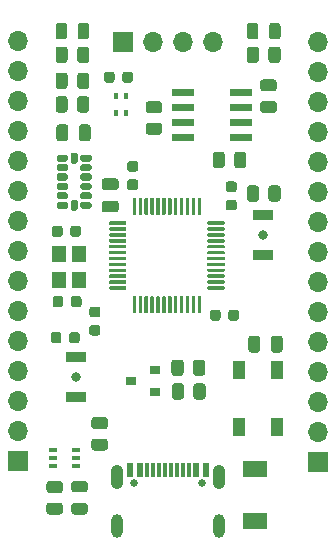
<source format=gbr>
%TF.GenerationSoftware,KiCad,Pcbnew,(5.1.12)-1*%
%TF.CreationDate,2022-08-03T23:35:14+02:00*%
%TF.ProjectId,stm32l-mcu-board,73746d33-326c-42d6-9d63-752d626f6172,rev?*%
%TF.SameCoordinates,Original*%
%TF.FileFunction,Soldermask,Top*%
%TF.FilePolarity,Negative*%
%FSLAX46Y46*%
G04 Gerber Fmt 4.6, Leading zero omitted, Abs format (unit mm)*
G04 Created by KiCad (PCBNEW (5.1.12)-1) date 2022-08-03 23:35:14*
%MOMM*%
%LPD*%
G01*
G04 APERTURE LIST*
%ADD10C,0.800000*%
%ADD11R,1.700000X0.900000*%
%ADD12R,1.000000X1.500000*%
%ADD13R,0.900000X0.800000*%
%ADD14R,0.300000X1.150000*%
%ADD15R,0.600000X1.150000*%
%ADD16C,0.650000*%
%ADD17O,1.050000X2.100000*%
%ADD18O,1.000000X2.000000*%
%ADD19R,0.650000X0.400000*%
%ADD20R,2.100000X1.400000*%
%ADD21R,1.200000X1.400000*%
%ADD22O,1.700000X1.700000*%
%ADD23R,1.700000X1.700000*%
%ADD24R,0.300000X0.500000*%
G04 APERTURE END LIST*
%TO.C,U4*%
G36*
G01*
X92150000Y-67775000D02*
X92150000Y-67125000D01*
G75*
G02*
X92300000Y-66975000I150000J0D01*
G01*
X92600000Y-66975000D01*
G75*
G02*
X92750000Y-67125000I0J-150000D01*
G01*
X92750000Y-67775000D01*
G75*
G02*
X92600000Y-67925000I-150000J0D01*
G01*
X92300000Y-67925000D01*
G75*
G02*
X92150000Y-67775000I0J150000D01*
G01*
G37*
G36*
G01*
X92975000Y-67600000D02*
X92975000Y-67300000D01*
G75*
G02*
X93125000Y-67150000I150000J0D01*
G01*
X93775000Y-67150000D01*
G75*
G02*
X93925000Y-67300000I0J-150000D01*
G01*
X93925000Y-67600000D01*
G75*
G02*
X93775000Y-67750000I-150000J0D01*
G01*
X93125000Y-67750000D01*
G75*
G02*
X92975000Y-67600000I0J150000D01*
G01*
G37*
G36*
G01*
X92975000Y-68400000D02*
X92975000Y-68100000D01*
G75*
G02*
X93125000Y-67950000I150000J0D01*
G01*
X93775000Y-67950000D01*
G75*
G02*
X93925000Y-68100000I0J-150000D01*
G01*
X93925000Y-68400000D01*
G75*
G02*
X93775000Y-68550000I-150000J0D01*
G01*
X93125000Y-68550000D01*
G75*
G02*
X92975000Y-68400000I0J150000D01*
G01*
G37*
G36*
G01*
X92975000Y-69200000D02*
X92975000Y-68900000D01*
G75*
G02*
X93125000Y-68750000I150000J0D01*
G01*
X93775000Y-68750000D01*
G75*
G02*
X93925000Y-68900000I0J-150000D01*
G01*
X93925000Y-69200000D01*
G75*
G02*
X93775000Y-69350000I-150000J0D01*
G01*
X93125000Y-69350000D01*
G75*
G02*
X92975000Y-69200000I0J150000D01*
G01*
G37*
G36*
G01*
X92975000Y-70000000D02*
X92975000Y-69700000D01*
G75*
G02*
X93125000Y-69550000I150000J0D01*
G01*
X93775000Y-69550000D01*
G75*
G02*
X93925000Y-69700000I0J-150000D01*
G01*
X93925000Y-70000000D01*
G75*
G02*
X93775000Y-70150000I-150000J0D01*
G01*
X93125000Y-70150000D01*
G75*
G02*
X92975000Y-70000000I0J150000D01*
G01*
G37*
G36*
G01*
X92975000Y-70800000D02*
X92975000Y-70500000D01*
G75*
G02*
X93125000Y-70350000I150000J0D01*
G01*
X93775000Y-70350000D01*
G75*
G02*
X93925000Y-70500000I0J-150000D01*
G01*
X93925000Y-70800000D01*
G75*
G02*
X93775000Y-70950000I-150000J0D01*
G01*
X93125000Y-70950000D01*
G75*
G02*
X92975000Y-70800000I0J150000D01*
G01*
G37*
G36*
G01*
X92975000Y-71600000D02*
X92975000Y-71300000D01*
G75*
G02*
X93125000Y-71150000I150000J0D01*
G01*
X93775000Y-71150000D01*
G75*
G02*
X93925000Y-71300000I0J-150000D01*
G01*
X93925000Y-71600000D01*
G75*
G02*
X93775000Y-71750000I-150000J0D01*
G01*
X93125000Y-71750000D01*
G75*
G02*
X92975000Y-71600000I0J150000D01*
G01*
G37*
G36*
G01*
X92150000Y-71775000D02*
X92150000Y-71125000D01*
G75*
G02*
X92300000Y-70975000I150000J0D01*
G01*
X92600000Y-70975000D01*
G75*
G02*
X92750000Y-71125000I0J-150000D01*
G01*
X92750000Y-71775000D01*
G75*
G02*
X92600000Y-71925000I-150000J0D01*
G01*
X92300000Y-71925000D01*
G75*
G02*
X92150000Y-71775000I0J150000D01*
G01*
G37*
G36*
G01*
X90975000Y-71600000D02*
X90975000Y-71300000D01*
G75*
G02*
X91125000Y-71150000I150000J0D01*
G01*
X91775000Y-71150000D01*
G75*
G02*
X91925000Y-71300000I0J-150000D01*
G01*
X91925000Y-71600000D01*
G75*
G02*
X91775000Y-71750000I-150000J0D01*
G01*
X91125000Y-71750000D01*
G75*
G02*
X90975000Y-71600000I0J150000D01*
G01*
G37*
G36*
G01*
X90975000Y-70800000D02*
X90975000Y-70500000D01*
G75*
G02*
X91125000Y-70350000I150000J0D01*
G01*
X91775000Y-70350000D01*
G75*
G02*
X91925000Y-70500000I0J-150000D01*
G01*
X91925000Y-70800000D01*
G75*
G02*
X91775000Y-70950000I-150000J0D01*
G01*
X91125000Y-70950000D01*
G75*
G02*
X90975000Y-70800000I0J150000D01*
G01*
G37*
G36*
G01*
X90975000Y-70000000D02*
X90975000Y-69700000D01*
G75*
G02*
X91125000Y-69550000I150000J0D01*
G01*
X91775000Y-69550000D01*
G75*
G02*
X91925000Y-69700000I0J-150000D01*
G01*
X91925000Y-70000000D01*
G75*
G02*
X91775000Y-70150000I-150000J0D01*
G01*
X91125000Y-70150000D01*
G75*
G02*
X90975000Y-70000000I0J150000D01*
G01*
G37*
G36*
G01*
X90975000Y-69200000D02*
X90975000Y-68900000D01*
G75*
G02*
X91125000Y-68750000I150000J0D01*
G01*
X91775000Y-68750000D01*
G75*
G02*
X91925000Y-68900000I0J-150000D01*
G01*
X91925000Y-69200000D01*
G75*
G02*
X91775000Y-69350000I-150000J0D01*
G01*
X91125000Y-69350000D01*
G75*
G02*
X90975000Y-69200000I0J150000D01*
G01*
G37*
G36*
G01*
X90975000Y-68400000D02*
X90975000Y-68100000D01*
G75*
G02*
X91125000Y-67950000I150000J0D01*
G01*
X91775000Y-67950000D01*
G75*
G02*
X91925000Y-68100000I0J-150000D01*
G01*
X91925000Y-68400000D01*
G75*
G02*
X91775000Y-68550000I-150000J0D01*
G01*
X91125000Y-68550000D01*
G75*
G02*
X90975000Y-68400000I0J150000D01*
G01*
G37*
G36*
G01*
X90975000Y-67600000D02*
X90975000Y-67300000D01*
G75*
G02*
X91125000Y-67150000I150000J0D01*
G01*
X91775000Y-67150000D01*
G75*
G02*
X91925000Y-67300000I0J-150000D01*
G01*
X91925000Y-67600000D01*
G75*
G02*
X91775000Y-67750000I-150000J0D01*
G01*
X91125000Y-67750000D01*
G75*
G02*
X90975000Y-67600000I0J150000D01*
G01*
G37*
%TD*%
D10*
%TO.C,SW2*%
X108450000Y-73950000D03*
D11*
X108450000Y-75650000D03*
X108450000Y-72250000D03*
%TD*%
%TO.C,R13*%
G36*
G01*
X108100000Y-69999998D02*
X108100000Y-70900002D01*
G75*
G02*
X107850002Y-71150000I-249998J0D01*
G01*
X107324998Y-71150000D01*
G75*
G02*
X107075000Y-70900002I0J249998D01*
G01*
X107075000Y-69999998D01*
G75*
G02*
X107324998Y-69750000I249998J0D01*
G01*
X107850002Y-69750000D01*
G75*
G02*
X108100000Y-69999998I0J-249998D01*
G01*
G37*
G36*
G01*
X109925000Y-69999998D02*
X109925000Y-70900002D01*
G75*
G02*
X109675002Y-71150000I-249998J0D01*
G01*
X109149998Y-71150000D01*
G75*
G02*
X108900000Y-70900002I0J249998D01*
G01*
X108900000Y-69999998D01*
G75*
G02*
X109149998Y-69750000I249998J0D01*
G01*
X109675002Y-69750000D01*
G75*
G02*
X109925000Y-69999998I0J-249998D01*
G01*
G37*
%TD*%
%TO.C,C18*%
G36*
G01*
X108200000Y-82725000D02*
X108200000Y-83675000D01*
G75*
G02*
X107950000Y-83925000I-250000J0D01*
G01*
X107450000Y-83925000D01*
G75*
G02*
X107200000Y-83675000I0J250000D01*
G01*
X107200000Y-82725000D01*
G75*
G02*
X107450000Y-82475000I250000J0D01*
G01*
X107950000Y-82475000D01*
G75*
G02*
X108200000Y-82725000I0J-250000D01*
G01*
G37*
G36*
G01*
X110100000Y-82725000D02*
X110100000Y-83675000D01*
G75*
G02*
X109850000Y-83925000I-250000J0D01*
G01*
X109350000Y-83925000D01*
G75*
G02*
X109100000Y-83675000I0J250000D01*
G01*
X109100000Y-82725000D01*
G75*
G02*
X109350000Y-82475000I250000J0D01*
G01*
X109850000Y-82475000D01*
G75*
G02*
X110100000Y-82725000I0J-250000D01*
G01*
G37*
%TD*%
D12*
%TO.C,D5*%
X106400000Y-90250000D03*
X109600000Y-90250000D03*
X109600000Y-85350000D03*
X106400000Y-85350000D03*
%TD*%
%TO.C,R12*%
G36*
G01*
X92700000Y-61350002D02*
X92700000Y-60449998D01*
G75*
G02*
X92949998Y-60200000I249998J0D01*
G01*
X93475002Y-60200000D01*
G75*
G02*
X93725000Y-60449998I0J-249998D01*
G01*
X93725000Y-61350002D01*
G75*
G02*
X93475002Y-61600000I-249998J0D01*
G01*
X92949998Y-61600000D01*
G75*
G02*
X92700000Y-61350002I0J249998D01*
G01*
G37*
G36*
G01*
X90875000Y-61350002D02*
X90875000Y-60449998D01*
G75*
G02*
X91124998Y-60200000I249998J0D01*
G01*
X91650002Y-60200000D01*
G75*
G02*
X91900000Y-60449998I0J-249998D01*
G01*
X91900000Y-61350002D01*
G75*
G02*
X91650002Y-61600000I-249998J0D01*
G01*
X91124998Y-61600000D01*
G75*
G02*
X90875000Y-61350002I0J249998D01*
G01*
G37*
%TD*%
%TO.C,R11*%
G36*
G01*
X92700000Y-63350002D02*
X92700000Y-62449998D01*
G75*
G02*
X92949998Y-62200000I249998J0D01*
G01*
X93475002Y-62200000D01*
G75*
G02*
X93725000Y-62449998I0J-249998D01*
G01*
X93725000Y-63350002D01*
G75*
G02*
X93475002Y-63600000I-249998J0D01*
G01*
X92949998Y-63600000D01*
G75*
G02*
X92700000Y-63350002I0J249998D01*
G01*
G37*
G36*
G01*
X90875000Y-63350002D02*
X90875000Y-62449998D01*
G75*
G02*
X91124998Y-62200000I249998J0D01*
G01*
X91650002Y-62200000D01*
G75*
G02*
X91900000Y-62449998I0J-249998D01*
G01*
X91900000Y-63350002D01*
G75*
G02*
X91650002Y-63600000I-249998J0D01*
G01*
X91124998Y-63600000D01*
G75*
G02*
X90875000Y-63350002I0J249998D01*
G01*
G37*
%TD*%
%TO.C,R6*%
G36*
G01*
X108100000Y-58249998D02*
X108100000Y-59150002D01*
G75*
G02*
X107850002Y-59400000I-249998J0D01*
G01*
X107324998Y-59400000D01*
G75*
G02*
X107075000Y-59150002I0J249998D01*
G01*
X107075000Y-58249998D01*
G75*
G02*
X107324998Y-58000000I249998J0D01*
G01*
X107850002Y-58000000D01*
G75*
G02*
X108100000Y-58249998I0J-249998D01*
G01*
G37*
G36*
G01*
X109925000Y-58249998D02*
X109925000Y-59150002D01*
G75*
G02*
X109675002Y-59400000I-249998J0D01*
G01*
X109149998Y-59400000D01*
G75*
G02*
X108900000Y-59150002I0J249998D01*
G01*
X108900000Y-58249998D01*
G75*
G02*
X109149998Y-58000000I249998J0D01*
G01*
X109675002Y-58000000D01*
G75*
G02*
X109925000Y-58249998I0J-249998D01*
G01*
G37*
%TD*%
%TO.C,D1*%
G36*
G01*
X108050000Y-56243750D02*
X108050000Y-57156250D01*
G75*
G02*
X107806250Y-57400000I-243750J0D01*
G01*
X107318750Y-57400000D01*
G75*
G02*
X107075000Y-57156250I0J243750D01*
G01*
X107075000Y-56243750D01*
G75*
G02*
X107318750Y-56000000I243750J0D01*
G01*
X107806250Y-56000000D01*
G75*
G02*
X108050000Y-56243750I0J-243750D01*
G01*
G37*
G36*
G01*
X109925000Y-56243750D02*
X109925000Y-57156250D01*
G75*
G02*
X109681250Y-57400000I-243750J0D01*
G01*
X109193750Y-57400000D01*
G75*
G02*
X108950000Y-57156250I0J243750D01*
G01*
X108950000Y-56243750D01*
G75*
G02*
X109193750Y-56000000I243750J0D01*
G01*
X109681250Y-56000000D01*
G75*
G02*
X109925000Y-56243750I0J-243750D01*
G01*
G37*
%TD*%
D13*
%TO.C,U5*%
X97300000Y-86300000D03*
X99300000Y-85350000D03*
X99300000Y-87250000D03*
%TD*%
%TO.C,TH1*%
G36*
G01*
X102550000Y-87650002D02*
X102550000Y-86749998D01*
G75*
G02*
X102799998Y-86500000I249998J0D01*
G01*
X103325002Y-86500000D01*
G75*
G02*
X103575000Y-86749998I0J-249998D01*
G01*
X103575000Y-87650002D01*
G75*
G02*
X103325002Y-87900000I-249998J0D01*
G01*
X102799998Y-87900000D01*
G75*
G02*
X102550000Y-87650002I0J249998D01*
G01*
G37*
G36*
G01*
X100725000Y-87650002D02*
X100725000Y-86749998D01*
G75*
G02*
X100974998Y-86500000I249998J0D01*
G01*
X101500002Y-86500000D01*
G75*
G02*
X101750000Y-86749998I0J-249998D01*
G01*
X101750000Y-87650002D01*
G75*
G02*
X101500002Y-87900000I-249998J0D01*
G01*
X100974998Y-87900000D01*
G75*
G02*
X100725000Y-87650002I0J249998D01*
G01*
G37*
%TD*%
%TO.C,R8*%
G36*
G01*
X101712500Y-84749998D02*
X101712500Y-85650002D01*
G75*
G02*
X101462502Y-85900000I-249998J0D01*
G01*
X100937498Y-85900000D01*
G75*
G02*
X100687500Y-85650002I0J249998D01*
G01*
X100687500Y-84749998D01*
G75*
G02*
X100937498Y-84500000I249998J0D01*
G01*
X101462502Y-84500000D01*
G75*
G02*
X101712500Y-84749998I0J-249998D01*
G01*
G37*
G36*
G01*
X103537500Y-84749998D02*
X103537500Y-85650002D01*
G75*
G02*
X103287502Y-85900000I-249998J0D01*
G01*
X102762498Y-85900000D01*
G75*
G02*
X102512500Y-85650002I0J249998D01*
G01*
X102512500Y-84749998D01*
G75*
G02*
X102762498Y-84500000I249998J0D01*
G01*
X103287502Y-84500000D01*
G75*
G02*
X103537500Y-84749998I0J-249998D01*
G01*
G37*
%TD*%
%TO.C,C8*%
G36*
G01*
X92850000Y-65775000D02*
X92850000Y-64825000D01*
G75*
G02*
X93100000Y-64575000I250000J0D01*
G01*
X93600000Y-64575000D01*
G75*
G02*
X93850000Y-64825000I0J-250000D01*
G01*
X93850000Y-65775000D01*
G75*
G02*
X93600000Y-66025000I-250000J0D01*
G01*
X93100000Y-66025000D01*
G75*
G02*
X92850000Y-65775000I0J250000D01*
G01*
G37*
G36*
G01*
X90950000Y-65775000D02*
X90950000Y-64825000D01*
G75*
G02*
X91200000Y-64575000I250000J0D01*
G01*
X91700000Y-64575000D01*
G75*
G02*
X91950000Y-64825000I0J-250000D01*
G01*
X91950000Y-65775000D01*
G75*
G02*
X91700000Y-66025000I-250000J0D01*
G01*
X91200000Y-66025000D01*
G75*
G02*
X90950000Y-65775000I0J250000D01*
G01*
G37*
%TD*%
D14*
%TO.C,J1*%
X98650000Y-93845000D03*
X99150000Y-93845000D03*
X99650000Y-93845000D03*
X102150000Y-93845000D03*
X101650000Y-93845000D03*
X101150000Y-93845000D03*
X100150000Y-93845000D03*
X100650000Y-93845000D03*
D15*
X102800000Y-93845000D03*
X98000000Y-93845000D03*
X103600000Y-93845000D03*
X97200000Y-93845000D03*
D16*
X97510000Y-94920000D03*
X103290000Y-94920000D03*
D17*
X104720000Y-94420000D03*
X96080000Y-94420000D03*
D18*
X104720000Y-98600000D03*
X96080000Y-98600000D03*
%TD*%
%TO.C,R9*%
G36*
G01*
X95050002Y-90400000D02*
X94149998Y-90400000D01*
G75*
G02*
X93900000Y-90150002I0J249998D01*
G01*
X93900000Y-89624998D01*
G75*
G02*
X94149998Y-89375000I249998J0D01*
G01*
X95050002Y-89375000D01*
G75*
G02*
X95300000Y-89624998I0J-249998D01*
G01*
X95300000Y-90150002D01*
G75*
G02*
X95050002Y-90400000I-249998J0D01*
G01*
G37*
G36*
G01*
X95050002Y-92225000D02*
X94149998Y-92225000D01*
G75*
G02*
X93900000Y-91975002I0J249998D01*
G01*
X93900000Y-91449998D01*
G75*
G02*
X94149998Y-91200000I249998J0D01*
G01*
X95050002Y-91200000D01*
G75*
G02*
X95300000Y-91449998I0J-249998D01*
G01*
X95300000Y-91975002D01*
G75*
G02*
X95050002Y-92225000I-249998J0D01*
G01*
G37*
%TD*%
D19*
%TO.C,Q1*%
X90700000Y-93500000D03*
X90700000Y-92200000D03*
X92600000Y-92850000D03*
X90700000Y-92850000D03*
X92600000Y-92200000D03*
X92600000Y-93500000D03*
%TD*%
D20*
%TO.C,D3*%
X107800000Y-98200000D03*
X107800000Y-93800000D03*
%TD*%
D21*
%TO.C,Y1*%
X92900000Y-75550000D03*
X92900000Y-77750000D03*
X91200000Y-77750000D03*
X91200000Y-75550000D03*
%TD*%
D10*
%TO.C,SW1*%
X92600000Y-86000000D03*
D11*
X92600000Y-84300000D03*
X92600000Y-87700000D03*
%TD*%
%TO.C,C7*%
G36*
G01*
X93950000Y-81575000D02*
X94450000Y-81575000D01*
G75*
G02*
X94675000Y-81800000I0J-225000D01*
G01*
X94675000Y-82250000D01*
G75*
G02*
X94450000Y-82475000I-225000J0D01*
G01*
X93950000Y-82475000D01*
G75*
G02*
X93725000Y-82250000I0J225000D01*
G01*
X93725000Y-81800000D01*
G75*
G02*
X93950000Y-81575000I225000J0D01*
G01*
G37*
G36*
G01*
X93950000Y-80025000D02*
X94450000Y-80025000D01*
G75*
G02*
X94675000Y-80250000I0J-225000D01*
G01*
X94675000Y-80700000D01*
G75*
G02*
X94450000Y-80925000I-225000J0D01*
G01*
X93950000Y-80925000D01*
G75*
G02*
X93725000Y-80700000I0J225000D01*
G01*
X93725000Y-80250000D01*
G75*
G02*
X93950000Y-80025000I225000J0D01*
G01*
G37*
%TD*%
%TO.C,C6*%
G36*
G01*
X106000000Y-70325000D02*
X105500000Y-70325000D01*
G75*
G02*
X105275000Y-70100000I0J225000D01*
G01*
X105275000Y-69650000D01*
G75*
G02*
X105500000Y-69425000I225000J0D01*
G01*
X106000000Y-69425000D01*
G75*
G02*
X106225000Y-69650000I0J-225000D01*
G01*
X106225000Y-70100000D01*
G75*
G02*
X106000000Y-70325000I-225000J0D01*
G01*
G37*
G36*
G01*
X106000000Y-71875000D02*
X105500000Y-71875000D01*
G75*
G02*
X105275000Y-71650000I0J225000D01*
G01*
X105275000Y-71200000D01*
G75*
G02*
X105500000Y-70975000I225000J0D01*
G01*
X106000000Y-70975000D01*
G75*
G02*
X106225000Y-71200000I0J-225000D01*
G01*
X106225000Y-71650000D01*
G75*
G02*
X106000000Y-71875000I-225000J0D01*
G01*
G37*
%TD*%
%TO.C,C5*%
G36*
G01*
X105500000Y-81000000D02*
X105500000Y-80500000D01*
G75*
G02*
X105725000Y-80275000I225000J0D01*
G01*
X106175000Y-80275000D01*
G75*
G02*
X106400000Y-80500000I0J-225000D01*
G01*
X106400000Y-81000000D01*
G75*
G02*
X106175000Y-81225000I-225000J0D01*
G01*
X105725000Y-81225000D01*
G75*
G02*
X105500000Y-81000000I0J225000D01*
G01*
G37*
G36*
G01*
X103950000Y-81000000D02*
X103950000Y-80500000D01*
G75*
G02*
X104175000Y-80275000I225000J0D01*
G01*
X104625000Y-80275000D01*
G75*
G02*
X104850000Y-80500000I0J-225000D01*
G01*
X104850000Y-81000000D01*
G75*
G02*
X104625000Y-81225000I-225000J0D01*
G01*
X104175000Y-81225000D01*
G75*
G02*
X103950000Y-81000000I0J225000D01*
G01*
G37*
%TD*%
%TO.C,C3*%
G36*
G01*
X91375000Y-82400000D02*
X91375000Y-82900000D01*
G75*
G02*
X91150000Y-83125000I-225000J0D01*
G01*
X90700000Y-83125000D01*
G75*
G02*
X90475000Y-82900000I0J225000D01*
G01*
X90475000Y-82400000D01*
G75*
G02*
X90700000Y-82175000I225000J0D01*
G01*
X91150000Y-82175000D01*
G75*
G02*
X91375000Y-82400000I0J-225000D01*
G01*
G37*
G36*
G01*
X92925000Y-82400000D02*
X92925000Y-82900000D01*
G75*
G02*
X92700000Y-83125000I-225000J0D01*
G01*
X92250000Y-83125000D01*
G75*
G02*
X92025000Y-82900000I0J225000D01*
G01*
X92025000Y-82400000D01*
G75*
G02*
X92250000Y-82175000I225000J0D01*
G01*
X92700000Y-82175000D01*
G75*
G02*
X92925000Y-82400000I0J-225000D01*
G01*
G37*
%TD*%
%TO.C,C4*%
G36*
G01*
X91525000Y-79350000D02*
X91525000Y-79850000D01*
G75*
G02*
X91300000Y-80075000I-225000J0D01*
G01*
X90850000Y-80075000D01*
G75*
G02*
X90625000Y-79850000I0J225000D01*
G01*
X90625000Y-79350000D01*
G75*
G02*
X90850000Y-79125000I225000J0D01*
G01*
X91300000Y-79125000D01*
G75*
G02*
X91525000Y-79350000I0J-225000D01*
G01*
G37*
G36*
G01*
X93075000Y-79350000D02*
X93075000Y-79850000D01*
G75*
G02*
X92850000Y-80075000I-225000J0D01*
G01*
X92400000Y-80075000D01*
G75*
G02*
X92175000Y-79850000I0J225000D01*
G01*
X92175000Y-79350000D01*
G75*
G02*
X92400000Y-79125000I225000J0D01*
G01*
X92850000Y-79125000D01*
G75*
G02*
X93075000Y-79350000I0J-225000D01*
G01*
G37*
%TD*%
%TO.C,C1*%
G36*
G01*
X91475000Y-73400000D02*
X91475000Y-73900000D01*
G75*
G02*
X91250000Y-74125000I-225000J0D01*
G01*
X90800000Y-74125000D01*
G75*
G02*
X90575000Y-73900000I0J225000D01*
G01*
X90575000Y-73400000D01*
G75*
G02*
X90800000Y-73175000I225000J0D01*
G01*
X91250000Y-73175000D01*
G75*
G02*
X91475000Y-73400000I0J-225000D01*
G01*
G37*
G36*
G01*
X93025000Y-73400000D02*
X93025000Y-73900000D01*
G75*
G02*
X92800000Y-74125000I-225000J0D01*
G01*
X92350000Y-74125000D01*
G75*
G02*
X92125000Y-73900000I0J225000D01*
G01*
X92125000Y-73400000D01*
G75*
G02*
X92350000Y-73175000I225000J0D01*
G01*
X92800000Y-73175000D01*
G75*
G02*
X93025000Y-73400000I0J-225000D01*
G01*
G37*
%TD*%
D22*
%TO.C,J4*%
X113100000Y-57600000D03*
X113100000Y-60140000D03*
X113100000Y-62680000D03*
X113100000Y-65220000D03*
X113100000Y-67760000D03*
X113100000Y-70300000D03*
X113100000Y-72840000D03*
X113100000Y-75380000D03*
X113100000Y-77920000D03*
X113100000Y-80460000D03*
X113100000Y-83000000D03*
X113100000Y-85540000D03*
X113100000Y-88080000D03*
X113100000Y-90620000D03*
D23*
X113100000Y-93160000D03*
%TD*%
D22*
%TO.C,J3*%
X87700000Y-57500000D03*
X87700000Y-60040000D03*
X87700000Y-62580000D03*
X87700000Y-65120000D03*
X87700000Y-67660000D03*
X87700000Y-70200000D03*
X87700000Y-72740000D03*
X87700000Y-75280000D03*
X87700000Y-77820000D03*
X87700000Y-80360000D03*
X87700000Y-82900000D03*
X87700000Y-85440000D03*
X87700000Y-87980000D03*
X87700000Y-90520000D03*
D23*
X87700000Y-93060000D03*
%TD*%
%TO.C,U3*%
G36*
G01*
X97400000Y-72200000D02*
X97400000Y-70875000D01*
G75*
G02*
X97475000Y-70800000I75000J0D01*
G01*
X97625000Y-70800000D01*
G75*
G02*
X97700000Y-70875000I0J-75000D01*
G01*
X97700000Y-72200000D01*
G75*
G02*
X97625000Y-72275000I-75000J0D01*
G01*
X97475000Y-72275000D01*
G75*
G02*
X97400000Y-72200000I0J75000D01*
G01*
G37*
G36*
G01*
X97900000Y-72200000D02*
X97900000Y-70875000D01*
G75*
G02*
X97975000Y-70800000I75000J0D01*
G01*
X98125000Y-70800000D01*
G75*
G02*
X98200000Y-70875000I0J-75000D01*
G01*
X98200000Y-72200000D01*
G75*
G02*
X98125000Y-72275000I-75000J0D01*
G01*
X97975000Y-72275000D01*
G75*
G02*
X97900000Y-72200000I0J75000D01*
G01*
G37*
G36*
G01*
X98400000Y-72200000D02*
X98400000Y-70875000D01*
G75*
G02*
X98475000Y-70800000I75000J0D01*
G01*
X98625000Y-70800000D01*
G75*
G02*
X98700000Y-70875000I0J-75000D01*
G01*
X98700000Y-72200000D01*
G75*
G02*
X98625000Y-72275000I-75000J0D01*
G01*
X98475000Y-72275000D01*
G75*
G02*
X98400000Y-72200000I0J75000D01*
G01*
G37*
G36*
G01*
X98900000Y-72200000D02*
X98900000Y-70875000D01*
G75*
G02*
X98975000Y-70800000I75000J0D01*
G01*
X99125000Y-70800000D01*
G75*
G02*
X99200000Y-70875000I0J-75000D01*
G01*
X99200000Y-72200000D01*
G75*
G02*
X99125000Y-72275000I-75000J0D01*
G01*
X98975000Y-72275000D01*
G75*
G02*
X98900000Y-72200000I0J75000D01*
G01*
G37*
G36*
G01*
X99400000Y-72200000D02*
X99400000Y-70875000D01*
G75*
G02*
X99475000Y-70800000I75000J0D01*
G01*
X99625000Y-70800000D01*
G75*
G02*
X99700000Y-70875000I0J-75000D01*
G01*
X99700000Y-72200000D01*
G75*
G02*
X99625000Y-72275000I-75000J0D01*
G01*
X99475000Y-72275000D01*
G75*
G02*
X99400000Y-72200000I0J75000D01*
G01*
G37*
G36*
G01*
X99900000Y-72200000D02*
X99900000Y-70875000D01*
G75*
G02*
X99975000Y-70800000I75000J0D01*
G01*
X100125000Y-70800000D01*
G75*
G02*
X100200000Y-70875000I0J-75000D01*
G01*
X100200000Y-72200000D01*
G75*
G02*
X100125000Y-72275000I-75000J0D01*
G01*
X99975000Y-72275000D01*
G75*
G02*
X99900000Y-72200000I0J75000D01*
G01*
G37*
G36*
G01*
X100400000Y-72200000D02*
X100400000Y-70875000D01*
G75*
G02*
X100475000Y-70800000I75000J0D01*
G01*
X100625000Y-70800000D01*
G75*
G02*
X100700000Y-70875000I0J-75000D01*
G01*
X100700000Y-72200000D01*
G75*
G02*
X100625000Y-72275000I-75000J0D01*
G01*
X100475000Y-72275000D01*
G75*
G02*
X100400000Y-72200000I0J75000D01*
G01*
G37*
G36*
G01*
X100900000Y-72200000D02*
X100900000Y-70875000D01*
G75*
G02*
X100975000Y-70800000I75000J0D01*
G01*
X101125000Y-70800000D01*
G75*
G02*
X101200000Y-70875000I0J-75000D01*
G01*
X101200000Y-72200000D01*
G75*
G02*
X101125000Y-72275000I-75000J0D01*
G01*
X100975000Y-72275000D01*
G75*
G02*
X100900000Y-72200000I0J75000D01*
G01*
G37*
G36*
G01*
X101400000Y-72200000D02*
X101400000Y-70875000D01*
G75*
G02*
X101475000Y-70800000I75000J0D01*
G01*
X101625000Y-70800000D01*
G75*
G02*
X101700000Y-70875000I0J-75000D01*
G01*
X101700000Y-72200000D01*
G75*
G02*
X101625000Y-72275000I-75000J0D01*
G01*
X101475000Y-72275000D01*
G75*
G02*
X101400000Y-72200000I0J75000D01*
G01*
G37*
G36*
G01*
X101900000Y-72200000D02*
X101900000Y-70875000D01*
G75*
G02*
X101975000Y-70800000I75000J0D01*
G01*
X102125000Y-70800000D01*
G75*
G02*
X102200000Y-70875000I0J-75000D01*
G01*
X102200000Y-72200000D01*
G75*
G02*
X102125000Y-72275000I-75000J0D01*
G01*
X101975000Y-72275000D01*
G75*
G02*
X101900000Y-72200000I0J75000D01*
G01*
G37*
G36*
G01*
X102400000Y-72200000D02*
X102400000Y-70875000D01*
G75*
G02*
X102475000Y-70800000I75000J0D01*
G01*
X102625000Y-70800000D01*
G75*
G02*
X102700000Y-70875000I0J-75000D01*
G01*
X102700000Y-72200000D01*
G75*
G02*
X102625000Y-72275000I-75000J0D01*
G01*
X102475000Y-72275000D01*
G75*
G02*
X102400000Y-72200000I0J75000D01*
G01*
G37*
G36*
G01*
X102900000Y-72200000D02*
X102900000Y-70875000D01*
G75*
G02*
X102975000Y-70800000I75000J0D01*
G01*
X103125000Y-70800000D01*
G75*
G02*
X103200000Y-70875000I0J-75000D01*
G01*
X103200000Y-72200000D01*
G75*
G02*
X103125000Y-72275000I-75000J0D01*
G01*
X102975000Y-72275000D01*
G75*
G02*
X102900000Y-72200000I0J75000D01*
G01*
G37*
G36*
G01*
X103725000Y-73025000D02*
X103725000Y-72875000D01*
G75*
G02*
X103800000Y-72800000I75000J0D01*
G01*
X105125000Y-72800000D01*
G75*
G02*
X105200000Y-72875000I0J-75000D01*
G01*
X105200000Y-73025000D01*
G75*
G02*
X105125000Y-73100000I-75000J0D01*
G01*
X103800000Y-73100000D01*
G75*
G02*
X103725000Y-73025000I0J75000D01*
G01*
G37*
G36*
G01*
X103725000Y-73525000D02*
X103725000Y-73375000D01*
G75*
G02*
X103800000Y-73300000I75000J0D01*
G01*
X105125000Y-73300000D01*
G75*
G02*
X105200000Y-73375000I0J-75000D01*
G01*
X105200000Y-73525000D01*
G75*
G02*
X105125000Y-73600000I-75000J0D01*
G01*
X103800000Y-73600000D01*
G75*
G02*
X103725000Y-73525000I0J75000D01*
G01*
G37*
G36*
G01*
X103725000Y-74025000D02*
X103725000Y-73875000D01*
G75*
G02*
X103800000Y-73800000I75000J0D01*
G01*
X105125000Y-73800000D01*
G75*
G02*
X105200000Y-73875000I0J-75000D01*
G01*
X105200000Y-74025000D01*
G75*
G02*
X105125000Y-74100000I-75000J0D01*
G01*
X103800000Y-74100000D01*
G75*
G02*
X103725000Y-74025000I0J75000D01*
G01*
G37*
G36*
G01*
X103725000Y-74525000D02*
X103725000Y-74375000D01*
G75*
G02*
X103800000Y-74300000I75000J0D01*
G01*
X105125000Y-74300000D01*
G75*
G02*
X105200000Y-74375000I0J-75000D01*
G01*
X105200000Y-74525000D01*
G75*
G02*
X105125000Y-74600000I-75000J0D01*
G01*
X103800000Y-74600000D01*
G75*
G02*
X103725000Y-74525000I0J75000D01*
G01*
G37*
G36*
G01*
X103725000Y-75025000D02*
X103725000Y-74875000D01*
G75*
G02*
X103800000Y-74800000I75000J0D01*
G01*
X105125000Y-74800000D01*
G75*
G02*
X105200000Y-74875000I0J-75000D01*
G01*
X105200000Y-75025000D01*
G75*
G02*
X105125000Y-75100000I-75000J0D01*
G01*
X103800000Y-75100000D01*
G75*
G02*
X103725000Y-75025000I0J75000D01*
G01*
G37*
G36*
G01*
X103725000Y-75525000D02*
X103725000Y-75375000D01*
G75*
G02*
X103800000Y-75300000I75000J0D01*
G01*
X105125000Y-75300000D01*
G75*
G02*
X105200000Y-75375000I0J-75000D01*
G01*
X105200000Y-75525000D01*
G75*
G02*
X105125000Y-75600000I-75000J0D01*
G01*
X103800000Y-75600000D01*
G75*
G02*
X103725000Y-75525000I0J75000D01*
G01*
G37*
G36*
G01*
X103725000Y-76025000D02*
X103725000Y-75875000D01*
G75*
G02*
X103800000Y-75800000I75000J0D01*
G01*
X105125000Y-75800000D01*
G75*
G02*
X105200000Y-75875000I0J-75000D01*
G01*
X105200000Y-76025000D01*
G75*
G02*
X105125000Y-76100000I-75000J0D01*
G01*
X103800000Y-76100000D01*
G75*
G02*
X103725000Y-76025000I0J75000D01*
G01*
G37*
G36*
G01*
X103725000Y-76525000D02*
X103725000Y-76375000D01*
G75*
G02*
X103800000Y-76300000I75000J0D01*
G01*
X105125000Y-76300000D01*
G75*
G02*
X105200000Y-76375000I0J-75000D01*
G01*
X105200000Y-76525000D01*
G75*
G02*
X105125000Y-76600000I-75000J0D01*
G01*
X103800000Y-76600000D01*
G75*
G02*
X103725000Y-76525000I0J75000D01*
G01*
G37*
G36*
G01*
X103725000Y-77025000D02*
X103725000Y-76875000D01*
G75*
G02*
X103800000Y-76800000I75000J0D01*
G01*
X105125000Y-76800000D01*
G75*
G02*
X105200000Y-76875000I0J-75000D01*
G01*
X105200000Y-77025000D01*
G75*
G02*
X105125000Y-77100000I-75000J0D01*
G01*
X103800000Y-77100000D01*
G75*
G02*
X103725000Y-77025000I0J75000D01*
G01*
G37*
G36*
G01*
X103725000Y-77525000D02*
X103725000Y-77375000D01*
G75*
G02*
X103800000Y-77300000I75000J0D01*
G01*
X105125000Y-77300000D01*
G75*
G02*
X105200000Y-77375000I0J-75000D01*
G01*
X105200000Y-77525000D01*
G75*
G02*
X105125000Y-77600000I-75000J0D01*
G01*
X103800000Y-77600000D01*
G75*
G02*
X103725000Y-77525000I0J75000D01*
G01*
G37*
G36*
G01*
X103725000Y-78025000D02*
X103725000Y-77875000D01*
G75*
G02*
X103800000Y-77800000I75000J0D01*
G01*
X105125000Y-77800000D01*
G75*
G02*
X105200000Y-77875000I0J-75000D01*
G01*
X105200000Y-78025000D01*
G75*
G02*
X105125000Y-78100000I-75000J0D01*
G01*
X103800000Y-78100000D01*
G75*
G02*
X103725000Y-78025000I0J75000D01*
G01*
G37*
G36*
G01*
X103725000Y-78525000D02*
X103725000Y-78375000D01*
G75*
G02*
X103800000Y-78300000I75000J0D01*
G01*
X105125000Y-78300000D01*
G75*
G02*
X105200000Y-78375000I0J-75000D01*
G01*
X105200000Y-78525000D01*
G75*
G02*
X105125000Y-78600000I-75000J0D01*
G01*
X103800000Y-78600000D01*
G75*
G02*
X103725000Y-78525000I0J75000D01*
G01*
G37*
G36*
G01*
X102900000Y-80525000D02*
X102900000Y-79200000D01*
G75*
G02*
X102975000Y-79125000I75000J0D01*
G01*
X103125000Y-79125000D01*
G75*
G02*
X103200000Y-79200000I0J-75000D01*
G01*
X103200000Y-80525000D01*
G75*
G02*
X103125000Y-80600000I-75000J0D01*
G01*
X102975000Y-80600000D01*
G75*
G02*
X102900000Y-80525000I0J75000D01*
G01*
G37*
G36*
G01*
X102400000Y-80525000D02*
X102400000Y-79200000D01*
G75*
G02*
X102475000Y-79125000I75000J0D01*
G01*
X102625000Y-79125000D01*
G75*
G02*
X102700000Y-79200000I0J-75000D01*
G01*
X102700000Y-80525000D01*
G75*
G02*
X102625000Y-80600000I-75000J0D01*
G01*
X102475000Y-80600000D01*
G75*
G02*
X102400000Y-80525000I0J75000D01*
G01*
G37*
G36*
G01*
X101900000Y-80525000D02*
X101900000Y-79200000D01*
G75*
G02*
X101975000Y-79125000I75000J0D01*
G01*
X102125000Y-79125000D01*
G75*
G02*
X102200000Y-79200000I0J-75000D01*
G01*
X102200000Y-80525000D01*
G75*
G02*
X102125000Y-80600000I-75000J0D01*
G01*
X101975000Y-80600000D01*
G75*
G02*
X101900000Y-80525000I0J75000D01*
G01*
G37*
G36*
G01*
X101400000Y-80525000D02*
X101400000Y-79200000D01*
G75*
G02*
X101475000Y-79125000I75000J0D01*
G01*
X101625000Y-79125000D01*
G75*
G02*
X101700000Y-79200000I0J-75000D01*
G01*
X101700000Y-80525000D01*
G75*
G02*
X101625000Y-80600000I-75000J0D01*
G01*
X101475000Y-80600000D01*
G75*
G02*
X101400000Y-80525000I0J75000D01*
G01*
G37*
G36*
G01*
X100900000Y-80525000D02*
X100900000Y-79200000D01*
G75*
G02*
X100975000Y-79125000I75000J0D01*
G01*
X101125000Y-79125000D01*
G75*
G02*
X101200000Y-79200000I0J-75000D01*
G01*
X101200000Y-80525000D01*
G75*
G02*
X101125000Y-80600000I-75000J0D01*
G01*
X100975000Y-80600000D01*
G75*
G02*
X100900000Y-80525000I0J75000D01*
G01*
G37*
G36*
G01*
X100400000Y-80525000D02*
X100400000Y-79200000D01*
G75*
G02*
X100475000Y-79125000I75000J0D01*
G01*
X100625000Y-79125000D01*
G75*
G02*
X100700000Y-79200000I0J-75000D01*
G01*
X100700000Y-80525000D01*
G75*
G02*
X100625000Y-80600000I-75000J0D01*
G01*
X100475000Y-80600000D01*
G75*
G02*
X100400000Y-80525000I0J75000D01*
G01*
G37*
G36*
G01*
X99900000Y-80525000D02*
X99900000Y-79200000D01*
G75*
G02*
X99975000Y-79125000I75000J0D01*
G01*
X100125000Y-79125000D01*
G75*
G02*
X100200000Y-79200000I0J-75000D01*
G01*
X100200000Y-80525000D01*
G75*
G02*
X100125000Y-80600000I-75000J0D01*
G01*
X99975000Y-80600000D01*
G75*
G02*
X99900000Y-80525000I0J75000D01*
G01*
G37*
G36*
G01*
X99400000Y-80525000D02*
X99400000Y-79200000D01*
G75*
G02*
X99475000Y-79125000I75000J0D01*
G01*
X99625000Y-79125000D01*
G75*
G02*
X99700000Y-79200000I0J-75000D01*
G01*
X99700000Y-80525000D01*
G75*
G02*
X99625000Y-80600000I-75000J0D01*
G01*
X99475000Y-80600000D01*
G75*
G02*
X99400000Y-80525000I0J75000D01*
G01*
G37*
G36*
G01*
X98900000Y-80525000D02*
X98900000Y-79200000D01*
G75*
G02*
X98975000Y-79125000I75000J0D01*
G01*
X99125000Y-79125000D01*
G75*
G02*
X99200000Y-79200000I0J-75000D01*
G01*
X99200000Y-80525000D01*
G75*
G02*
X99125000Y-80600000I-75000J0D01*
G01*
X98975000Y-80600000D01*
G75*
G02*
X98900000Y-80525000I0J75000D01*
G01*
G37*
G36*
G01*
X98400000Y-80525000D02*
X98400000Y-79200000D01*
G75*
G02*
X98475000Y-79125000I75000J0D01*
G01*
X98625000Y-79125000D01*
G75*
G02*
X98700000Y-79200000I0J-75000D01*
G01*
X98700000Y-80525000D01*
G75*
G02*
X98625000Y-80600000I-75000J0D01*
G01*
X98475000Y-80600000D01*
G75*
G02*
X98400000Y-80525000I0J75000D01*
G01*
G37*
G36*
G01*
X97900000Y-80525000D02*
X97900000Y-79200000D01*
G75*
G02*
X97975000Y-79125000I75000J0D01*
G01*
X98125000Y-79125000D01*
G75*
G02*
X98200000Y-79200000I0J-75000D01*
G01*
X98200000Y-80525000D01*
G75*
G02*
X98125000Y-80600000I-75000J0D01*
G01*
X97975000Y-80600000D01*
G75*
G02*
X97900000Y-80525000I0J75000D01*
G01*
G37*
G36*
G01*
X97400000Y-80525000D02*
X97400000Y-79200000D01*
G75*
G02*
X97475000Y-79125000I75000J0D01*
G01*
X97625000Y-79125000D01*
G75*
G02*
X97700000Y-79200000I0J-75000D01*
G01*
X97700000Y-80525000D01*
G75*
G02*
X97625000Y-80600000I-75000J0D01*
G01*
X97475000Y-80600000D01*
G75*
G02*
X97400000Y-80525000I0J75000D01*
G01*
G37*
G36*
G01*
X95400000Y-78525000D02*
X95400000Y-78375000D01*
G75*
G02*
X95475000Y-78300000I75000J0D01*
G01*
X96800000Y-78300000D01*
G75*
G02*
X96875000Y-78375000I0J-75000D01*
G01*
X96875000Y-78525000D01*
G75*
G02*
X96800000Y-78600000I-75000J0D01*
G01*
X95475000Y-78600000D01*
G75*
G02*
X95400000Y-78525000I0J75000D01*
G01*
G37*
G36*
G01*
X95400000Y-78025000D02*
X95400000Y-77875000D01*
G75*
G02*
X95475000Y-77800000I75000J0D01*
G01*
X96800000Y-77800000D01*
G75*
G02*
X96875000Y-77875000I0J-75000D01*
G01*
X96875000Y-78025000D01*
G75*
G02*
X96800000Y-78100000I-75000J0D01*
G01*
X95475000Y-78100000D01*
G75*
G02*
X95400000Y-78025000I0J75000D01*
G01*
G37*
G36*
G01*
X95400000Y-77525000D02*
X95400000Y-77375000D01*
G75*
G02*
X95475000Y-77300000I75000J0D01*
G01*
X96800000Y-77300000D01*
G75*
G02*
X96875000Y-77375000I0J-75000D01*
G01*
X96875000Y-77525000D01*
G75*
G02*
X96800000Y-77600000I-75000J0D01*
G01*
X95475000Y-77600000D01*
G75*
G02*
X95400000Y-77525000I0J75000D01*
G01*
G37*
G36*
G01*
X95400000Y-77025000D02*
X95400000Y-76875000D01*
G75*
G02*
X95475000Y-76800000I75000J0D01*
G01*
X96800000Y-76800000D01*
G75*
G02*
X96875000Y-76875000I0J-75000D01*
G01*
X96875000Y-77025000D01*
G75*
G02*
X96800000Y-77100000I-75000J0D01*
G01*
X95475000Y-77100000D01*
G75*
G02*
X95400000Y-77025000I0J75000D01*
G01*
G37*
G36*
G01*
X95400000Y-76525000D02*
X95400000Y-76375000D01*
G75*
G02*
X95475000Y-76300000I75000J0D01*
G01*
X96800000Y-76300000D01*
G75*
G02*
X96875000Y-76375000I0J-75000D01*
G01*
X96875000Y-76525000D01*
G75*
G02*
X96800000Y-76600000I-75000J0D01*
G01*
X95475000Y-76600000D01*
G75*
G02*
X95400000Y-76525000I0J75000D01*
G01*
G37*
G36*
G01*
X95400000Y-76025000D02*
X95400000Y-75875000D01*
G75*
G02*
X95475000Y-75800000I75000J0D01*
G01*
X96800000Y-75800000D01*
G75*
G02*
X96875000Y-75875000I0J-75000D01*
G01*
X96875000Y-76025000D01*
G75*
G02*
X96800000Y-76100000I-75000J0D01*
G01*
X95475000Y-76100000D01*
G75*
G02*
X95400000Y-76025000I0J75000D01*
G01*
G37*
G36*
G01*
X95400000Y-75525000D02*
X95400000Y-75375000D01*
G75*
G02*
X95475000Y-75300000I75000J0D01*
G01*
X96800000Y-75300000D01*
G75*
G02*
X96875000Y-75375000I0J-75000D01*
G01*
X96875000Y-75525000D01*
G75*
G02*
X96800000Y-75600000I-75000J0D01*
G01*
X95475000Y-75600000D01*
G75*
G02*
X95400000Y-75525000I0J75000D01*
G01*
G37*
G36*
G01*
X95400000Y-75025000D02*
X95400000Y-74875000D01*
G75*
G02*
X95475000Y-74800000I75000J0D01*
G01*
X96800000Y-74800000D01*
G75*
G02*
X96875000Y-74875000I0J-75000D01*
G01*
X96875000Y-75025000D01*
G75*
G02*
X96800000Y-75100000I-75000J0D01*
G01*
X95475000Y-75100000D01*
G75*
G02*
X95400000Y-75025000I0J75000D01*
G01*
G37*
G36*
G01*
X95400000Y-74525000D02*
X95400000Y-74375000D01*
G75*
G02*
X95475000Y-74300000I75000J0D01*
G01*
X96800000Y-74300000D01*
G75*
G02*
X96875000Y-74375000I0J-75000D01*
G01*
X96875000Y-74525000D01*
G75*
G02*
X96800000Y-74600000I-75000J0D01*
G01*
X95475000Y-74600000D01*
G75*
G02*
X95400000Y-74525000I0J75000D01*
G01*
G37*
G36*
G01*
X95400000Y-74025000D02*
X95400000Y-73875000D01*
G75*
G02*
X95475000Y-73800000I75000J0D01*
G01*
X96800000Y-73800000D01*
G75*
G02*
X96875000Y-73875000I0J-75000D01*
G01*
X96875000Y-74025000D01*
G75*
G02*
X96800000Y-74100000I-75000J0D01*
G01*
X95475000Y-74100000D01*
G75*
G02*
X95400000Y-74025000I0J75000D01*
G01*
G37*
G36*
G01*
X95400000Y-73525000D02*
X95400000Y-73375000D01*
G75*
G02*
X95475000Y-73300000I75000J0D01*
G01*
X96800000Y-73300000D01*
G75*
G02*
X96875000Y-73375000I0J-75000D01*
G01*
X96875000Y-73525000D01*
G75*
G02*
X96800000Y-73600000I-75000J0D01*
G01*
X95475000Y-73600000D01*
G75*
G02*
X95400000Y-73525000I0J75000D01*
G01*
G37*
G36*
G01*
X95400000Y-73025000D02*
X95400000Y-72875000D01*
G75*
G02*
X95475000Y-72800000I75000J0D01*
G01*
X96800000Y-72800000D01*
G75*
G02*
X96875000Y-72875000I0J-75000D01*
G01*
X96875000Y-73025000D01*
G75*
G02*
X96800000Y-73100000I-75000J0D01*
G01*
X95475000Y-73100000D01*
G75*
G02*
X95400000Y-73025000I0J75000D01*
G01*
G37*
%TD*%
%TO.C,R7*%
G36*
G01*
X92700000Y-59150002D02*
X92700000Y-58249998D01*
G75*
G02*
X92949998Y-58000000I249998J0D01*
G01*
X93475002Y-58000000D01*
G75*
G02*
X93725000Y-58249998I0J-249998D01*
G01*
X93725000Y-59150002D01*
G75*
G02*
X93475002Y-59400000I-249998J0D01*
G01*
X92949998Y-59400000D01*
G75*
G02*
X92700000Y-59150002I0J249998D01*
G01*
G37*
G36*
G01*
X90875000Y-59150002D02*
X90875000Y-58249998D01*
G75*
G02*
X91124998Y-58000000I249998J0D01*
G01*
X91650002Y-58000000D01*
G75*
G02*
X91900000Y-58249998I0J-249998D01*
G01*
X91900000Y-59150002D01*
G75*
G02*
X91650002Y-59400000I-249998J0D01*
G01*
X91124998Y-59400000D01*
G75*
G02*
X90875000Y-59150002I0J249998D01*
G01*
G37*
%TD*%
%TO.C,D2*%
G36*
G01*
X92750000Y-57156250D02*
X92750000Y-56243750D01*
G75*
G02*
X92993750Y-56000000I243750J0D01*
G01*
X93481250Y-56000000D01*
G75*
G02*
X93725000Y-56243750I0J-243750D01*
G01*
X93725000Y-57156250D01*
G75*
G02*
X93481250Y-57400000I-243750J0D01*
G01*
X92993750Y-57400000D01*
G75*
G02*
X92750000Y-57156250I0J243750D01*
G01*
G37*
G36*
G01*
X90875000Y-57156250D02*
X90875000Y-56243750D01*
G75*
G02*
X91118750Y-56000000I243750J0D01*
G01*
X91606250Y-56000000D01*
G75*
G02*
X91850000Y-56243750I0J-243750D01*
G01*
X91850000Y-57156250D01*
G75*
G02*
X91606250Y-57400000I-243750J0D01*
G01*
X91118750Y-57400000D01*
G75*
G02*
X90875000Y-57156250I0J243750D01*
G01*
G37*
%TD*%
%TO.C,U2*%
G36*
G01*
X107524680Y-65454340D02*
X107524680Y-65970340D01*
G75*
G02*
X107482680Y-66012340I-42000J0D01*
G01*
X105666680Y-66012340D01*
G75*
G02*
X105624680Y-65970340I0J42000D01*
G01*
X105624680Y-65454340D01*
G75*
G02*
X105666680Y-65412340I42000J0D01*
G01*
X107482680Y-65412340D01*
G75*
G02*
X107524680Y-65454340I0J-42000D01*
G01*
G37*
G36*
G01*
X107524680Y-64184340D02*
X107524680Y-64700340D01*
G75*
G02*
X107482680Y-64742340I-42000J0D01*
G01*
X105666680Y-64742340D01*
G75*
G02*
X105624680Y-64700340I0J42000D01*
G01*
X105624680Y-64184340D01*
G75*
G02*
X105666680Y-64142340I42000J0D01*
G01*
X107482680Y-64142340D01*
G75*
G02*
X107524680Y-64184340I0J-42000D01*
G01*
G37*
G36*
G01*
X107524680Y-62914340D02*
X107524680Y-63430340D01*
G75*
G02*
X107482680Y-63472340I-42000J0D01*
G01*
X105666680Y-63472340D01*
G75*
G02*
X105624680Y-63430340I0J42000D01*
G01*
X105624680Y-62914340D01*
G75*
G02*
X105666680Y-62872340I42000J0D01*
G01*
X107482680Y-62872340D01*
G75*
G02*
X107524680Y-62914340I0J-42000D01*
G01*
G37*
G36*
G01*
X107524680Y-61644340D02*
X107524680Y-62160340D01*
G75*
G02*
X107482680Y-62202340I-42000J0D01*
G01*
X105666680Y-62202340D01*
G75*
G02*
X105624680Y-62160340I0J42000D01*
G01*
X105624680Y-61644340D01*
G75*
G02*
X105666680Y-61602340I42000J0D01*
G01*
X107482680Y-61602340D01*
G75*
G02*
X107524680Y-61644340I0J-42000D01*
G01*
G37*
G36*
G01*
X102614680Y-61644340D02*
X102614680Y-62160340D01*
G75*
G02*
X102572680Y-62202340I-42000J0D01*
G01*
X100756680Y-62202340D01*
G75*
G02*
X100714680Y-62160340I0J42000D01*
G01*
X100714680Y-61644340D01*
G75*
G02*
X100756680Y-61602340I42000J0D01*
G01*
X102572680Y-61602340D01*
G75*
G02*
X102614680Y-61644340I0J-42000D01*
G01*
G37*
G36*
G01*
X102614680Y-62914340D02*
X102614680Y-63430340D01*
G75*
G02*
X102572680Y-63472340I-42000J0D01*
G01*
X100756680Y-63472340D01*
G75*
G02*
X100714680Y-63430340I0J42000D01*
G01*
X100714680Y-62914340D01*
G75*
G02*
X100756680Y-62872340I42000J0D01*
G01*
X102572680Y-62872340D01*
G75*
G02*
X102614680Y-62914340I0J-42000D01*
G01*
G37*
G36*
G01*
X102614680Y-64184340D02*
X102614680Y-64700340D01*
G75*
G02*
X102572680Y-64742340I-42000J0D01*
G01*
X100756680Y-64742340D01*
G75*
G02*
X100714680Y-64700340I0J42000D01*
G01*
X100714680Y-64184340D01*
G75*
G02*
X100756680Y-64142340I42000J0D01*
G01*
X102572680Y-64142340D01*
G75*
G02*
X102614680Y-64184340I0J-42000D01*
G01*
G37*
G36*
G01*
X102614680Y-65454340D02*
X102614680Y-65970340D01*
G75*
G02*
X102572680Y-66012340I-42000J0D01*
G01*
X100756680Y-66012340D01*
G75*
G02*
X100714680Y-65970340I0J42000D01*
G01*
X100714680Y-65454340D01*
G75*
G02*
X100756680Y-65412340I42000J0D01*
G01*
X102572680Y-65412340D01*
G75*
G02*
X102614680Y-65454340I0J-42000D01*
G01*
G37*
%TD*%
D24*
%TO.C,U1*%
X96000000Y-63600000D03*
X96800000Y-63600000D03*
X96000000Y-62200000D03*
X96800000Y-62200000D03*
%TD*%
%TO.C,R10*%
G36*
G01*
X91250002Y-95812500D02*
X90349998Y-95812500D01*
G75*
G02*
X90100000Y-95562502I0J249998D01*
G01*
X90100000Y-95037498D01*
G75*
G02*
X90349998Y-94787500I249998J0D01*
G01*
X91250002Y-94787500D01*
G75*
G02*
X91500000Y-95037498I0J-249998D01*
G01*
X91500000Y-95562502D01*
G75*
G02*
X91250002Y-95812500I-249998J0D01*
G01*
G37*
G36*
G01*
X91250002Y-97637500D02*
X90349998Y-97637500D01*
G75*
G02*
X90100000Y-97387502I0J249998D01*
G01*
X90100000Y-96862498D01*
G75*
G02*
X90349998Y-96612500I249998J0D01*
G01*
X91250002Y-96612500D01*
G75*
G02*
X91500000Y-96862498I0J-249998D01*
G01*
X91500000Y-97387502D01*
G75*
G02*
X91250002Y-97637500I-249998J0D01*
G01*
G37*
%TD*%
%TO.C,R5*%
G36*
G01*
X99650002Y-63650000D02*
X98749998Y-63650000D01*
G75*
G02*
X98500000Y-63400002I0J249998D01*
G01*
X98500000Y-62874998D01*
G75*
G02*
X98749998Y-62625000I249998J0D01*
G01*
X99650002Y-62625000D01*
G75*
G02*
X99900000Y-62874998I0J-249998D01*
G01*
X99900000Y-63400002D01*
G75*
G02*
X99650002Y-63650000I-249998J0D01*
G01*
G37*
G36*
G01*
X99650002Y-65475000D02*
X98749998Y-65475000D01*
G75*
G02*
X98500000Y-65225002I0J249998D01*
G01*
X98500000Y-64699998D01*
G75*
G02*
X98749998Y-64450000I249998J0D01*
G01*
X99650002Y-64450000D01*
G75*
G02*
X99900000Y-64699998I0J-249998D01*
G01*
X99900000Y-65225002D01*
G75*
G02*
X99650002Y-65475000I-249998J0D01*
G01*
G37*
%TD*%
%TO.C,R3*%
G36*
G01*
X106000000Y-68050002D02*
X106000000Y-67149998D01*
G75*
G02*
X106249998Y-66900000I249998J0D01*
G01*
X106775002Y-66900000D01*
G75*
G02*
X107025000Y-67149998I0J-249998D01*
G01*
X107025000Y-68050002D01*
G75*
G02*
X106775002Y-68300000I-249998J0D01*
G01*
X106249998Y-68300000D01*
G75*
G02*
X106000000Y-68050002I0J249998D01*
G01*
G37*
G36*
G01*
X104175000Y-68050002D02*
X104175000Y-67149998D01*
G75*
G02*
X104424998Y-66900000I249998J0D01*
G01*
X104950002Y-66900000D01*
G75*
G02*
X105200000Y-67149998I0J-249998D01*
G01*
X105200000Y-68050002D01*
G75*
G02*
X104950002Y-68300000I-249998J0D01*
G01*
X104424998Y-68300000D01*
G75*
G02*
X104175000Y-68050002I0J249998D01*
G01*
G37*
%TD*%
%TO.C,R1*%
G36*
G01*
X108449998Y-62600000D02*
X109350002Y-62600000D01*
G75*
G02*
X109600000Y-62849998I0J-249998D01*
G01*
X109600000Y-63375002D01*
G75*
G02*
X109350002Y-63625000I-249998J0D01*
G01*
X108449998Y-63625000D01*
G75*
G02*
X108200000Y-63375002I0J249998D01*
G01*
X108200000Y-62849998D01*
G75*
G02*
X108449998Y-62600000I249998J0D01*
G01*
G37*
G36*
G01*
X108449998Y-60775000D02*
X109350002Y-60775000D01*
G75*
G02*
X109600000Y-61024998I0J-249998D01*
G01*
X109600000Y-61550002D01*
G75*
G02*
X109350002Y-61800000I-249998J0D01*
G01*
X108449998Y-61800000D01*
G75*
G02*
X108200000Y-61550002I0J249998D01*
G01*
X108200000Y-61024998D01*
G75*
G02*
X108449998Y-60775000I249998J0D01*
G01*
G37*
%TD*%
D22*
%TO.C,J2*%
X104220000Y-57600000D03*
X101680000Y-57600000D03*
X99140000Y-57600000D03*
D23*
X96600000Y-57600000D03*
%TD*%
%TO.C,D4*%
G36*
G01*
X92443750Y-96650000D02*
X93356250Y-96650000D01*
G75*
G02*
X93600000Y-96893750I0J-243750D01*
G01*
X93600000Y-97381250D01*
G75*
G02*
X93356250Y-97625000I-243750J0D01*
G01*
X92443750Y-97625000D01*
G75*
G02*
X92200000Y-97381250I0J243750D01*
G01*
X92200000Y-96893750D01*
G75*
G02*
X92443750Y-96650000I243750J0D01*
G01*
G37*
G36*
G01*
X92443750Y-94775000D02*
X93356250Y-94775000D01*
G75*
G02*
X93600000Y-95018750I0J-243750D01*
G01*
X93600000Y-95506250D01*
G75*
G02*
X93356250Y-95750000I-243750J0D01*
G01*
X92443750Y-95750000D01*
G75*
G02*
X92200000Y-95506250I0J243750D01*
G01*
X92200000Y-95018750D01*
G75*
G02*
X92443750Y-94775000I243750J0D01*
G01*
G37*
%TD*%
%TO.C,C10*%
G36*
G01*
X95975000Y-70150000D02*
X95025000Y-70150000D01*
G75*
G02*
X94775000Y-69900000I0J250000D01*
G01*
X94775000Y-69400000D01*
G75*
G02*
X95025000Y-69150000I250000J0D01*
G01*
X95975000Y-69150000D01*
G75*
G02*
X96225000Y-69400000I0J-250000D01*
G01*
X96225000Y-69900000D01*
G75*
G02*
X95975000Y-70150000I-250000J0D01*
G01*
G37*
G36*
G01*
X95975000Y-72050000D02*
X95025000Y-72050000D01*
G75*
G02*
X94775000Y-71800000I0J250000D01*
G01*
X94775000Y-71300000D01*
G75*
G02*
X95025000Y-71050000I250000J0D01*
G01*
X95975000Y-71050000D01*
G75*
G02*
X96225000Y-71300000I0J-250000D01*
G01*
X96225000Y-71800000D01*
G75*
G02*
X95975000Y-72050000I-250000J0D01*
G01*
G37*
%TD*%
%TO.C,C9*%
G36*
G01*
X97650000Y-68600000D02*
X97150000Y-68600000D01*
G75*
G02*
X96925000Y-68375000I0J225000D01*
G01*
X96925000Y-67925000D01*
G75*
G02*
X97150000Y-67700000I225000J0D01*
G01*
X97650000Y-67700000D01*
G75*
G02*
X97875000Y-67925000I0J-225000D01*
G01*
X97875000Y-68375000D01*
G75*
G02*
X97650000Y-68600000I-225000J0D01*
G01*
G37*
G36*
G01*
X97650000Y-70150000D02*
X97150000Y-70150000D01*
G75*
G02*
X96925000Y-69925000I0J225000D01*
G01*
X96925000Y-69475000D01*
G75*
G02*
X97150000Y-69250000I225000J0D01*
G01*
X97650000Y-69250000D01*
G75*
G02*
X97875000Y-69475000I0J-225000D01*
G01*
X97875000Y-69925000D01*
G75*
G02*
X97650000Y-70150000I-225000J0D01*
G01*
G37*
%TD*%
%TO.C,C2*%
G36*
G01*
X95875000Y-60350000D02*
X95875000Y-60850000D01*
G75*
G02*
X95650000Y-61075000I-225000J0D01*
G01*
X95200000Y-61075000D01*
G75*
G02*
X94975000Y-60850000I0J225000D01*
G01*
X94975000Y-60350000D01*
G75*
G02*
X95200000Y-60125000I225000J0D01*
G01*
X95650000Y-60125000D01*
G75*
G02*
X95875000Y-60350000I0J-225000D01*
G01*
G37*
G36*
G01*
X97425000Y-60350000D02*
X97425000Y-60850000D01*
G75*
G02*
X97200000Y-61075000I-225000J0D01*
G01*
X96750000Y-61075000D01*
G75*
G02*
X96525000Y-60850000I0J225000D01*
G01*
X96525000Y-60350000D01*
G75*
G02*
X96750000Y-60125000I225000J0D01*
G01*
X97200000Y-60125000D01*
G75*
G02*
X97425000Y-60350000I0J-225000D01*
G01*
G37*
%TD*%
M02*

</source>
